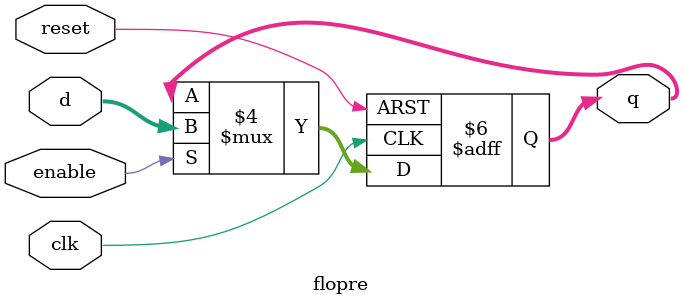
<source format=sv>
module flopre #(parameter WIDTH = 8)(
    input logic clk,reset,
    input logic enable,
    input logic [WIDTH-1:0] d,
    output logic [WIDTH-1:0] q
);
always_ff @(posedge clk, negedge reset)begin
    if(!reset) 
        q <= 0;
    else if(enable)
        q <= d;
    else 
        q <= q; 
end
endmodule
/*
flopre #(32) (
    .clk(clk),
    .reset(reset),
    .enable(),
    .d(),
    .q()
);
*/
</source>
